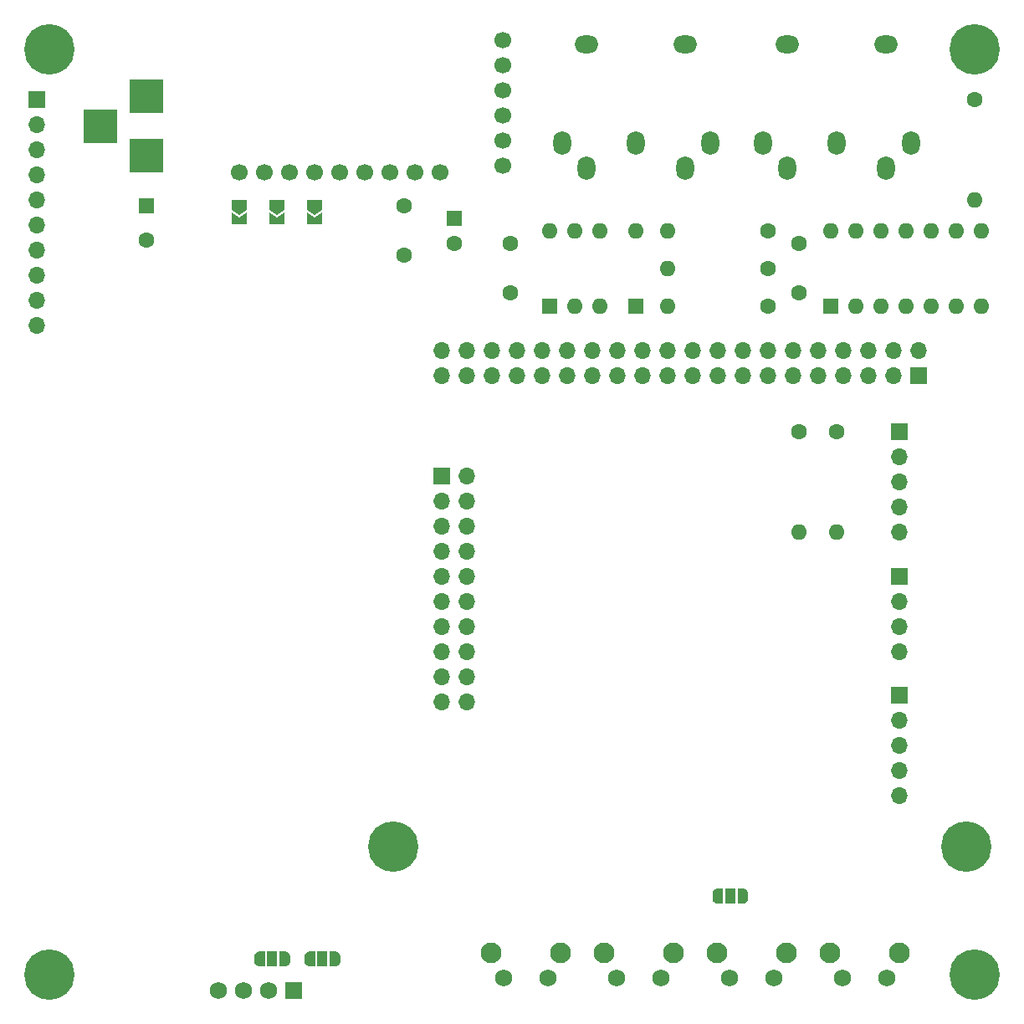
<source format=gbs>
G04 #@! TF.GenerationSoftware,KiCad,Pcbnew,(5.1.8)-1*
G04 #@! TF.CreationDate,2022-02-18T00:10:44+01:00*
G04 #@! TF.ProjectId,BulkyMIDI-32 Module,42756c6b-794d-4494-9449-2d3332204d6f,rev?*
G04 #@! TF.SameCoordinates,Original*
G04 #@! TF.FileFunction,Soldermask,Bot*
G04 #@! TF.FilePolarity,Negative*
%FSLAX46Y46*%
G04 Gerber Fmt 4.6, Leading zero omitted, Abs format (unit mm)*
G04 Created by KiCad (PCBNEW (5.1.8)-1) date 2022-02-18 00:10:44*
%MOMM*%
%LPD*%
G01*
G04 APERTURE LIST*
%ADD10O,1.700000X1.700000*%
%ADD11R,1.700000X1.700000*%
%ADD12C,5.100000*%
%ADD13O,1.800000X2.400000*%
%ADD14O,2.400000X1.800000*%
%ADD15C,1.727200*%
%ADD16R,1.727200X1.727200*%
%ADD17R,3.500000X3.500000*%
%ADD18C,1.700000*%
%ADD19C,1.600000*%
%ADD20R,1.600000X1.600000*%
%ADD21O,1.600000X1.600000*%
%ADD22C,2.100000*%
%ADD23C,1.750000*%
%ADD24C,0.100000*%
%ADD25R,1.000000X1.500000*%
G04 APERTURE END LIST*
D10*
X156210000Y-88265000D03*
X158750000Y-90805000D03*
X143510000Y-90805000D03*
X143510000Y-88265000D03*
X158750000Y-88265000D03*
X156210000Y-90805000D03*
X161290000Y-88265000D03*
D11*
X161290000Y-90805000D03*
D10*
X133350000Y-90805000D03*
X133350000Y-88265000D03*
X148590000Y-90805000D03*
X148590000Y-88265000D03*
X128270000Y-90805000D03*
X128270000Y-88265000D03*
X146050000Y-90805000D03*
X146050000Y-88265000D03*
X151130000Y-90805000D03*
X151130000Y-88265000D03*
X138430000Y-90805000D03*
X138430000Y-88265000D03*
X115570000Y-90805000D03*
X115570000Y-88265000D03*
X120650000Y-90805000D03*
X120650000Y-88265000D03*
X118110000Y-90805000D03*
X118110000Y-88265000D03*
X140970000Y-90805000D03*
X140970000Y-88265000D03*
X123190000Y-90805000D03*
X123190000Y-88265000D03*
X153670000Y-90805000D03*
X153670000Y-88265000D03*
X125730000Y-90805000D03*
X125730000Y-88265000D03*
X135890000Y-90805000D03*
X135890000Y-88265000D03*
X130810000Y-90805000D03*
X130810000Y-88265000D03*
X113030000Y-90805000D03*
X113030000Y-88265000D03*
D12*
X108160000Y-138535000D03*
X166160000Y-138535000D03*
D13*
X132715000Y-67310000D03*
D14*
X127715000Y-57310000D03*
X137715000Y-57310000D03*
D13*
X125215000Y-67310000D03*
X140215000Y-67310000D03*
X127715000Y-69810000D03*
X137715000Y-69810000D03*
X153035000Y-67310000D03*
D14*
X148035000Y-57310000D03*
X158035000Y-57310000D03*
D13*
X145535000Y-67310000D03*
X160535000Y-67310000D03*
X148035000Y-69810000D03*
X158035000Y-69810000D03*
D10*
X72085000Y-85725000D03*
X72085000Y-83185000D03*
X72085000Y-80645000D03*
X72085000Y-78105000D03*
X72085000Y-75565000D03*
X72085000Y-73025000D03*
X72085000Y-70485000D03*
X72085000Y-67945000D03*
X72085000Y-65405000D03*
D11*
X72085000Y-62865000D03*
D15*
X90424000Y-153035000D03*
X92964000Y-153035000D03*
X95504000Y-153035000D03*
D16*
X98044000Y-153035000D03*
D12*
X73355000Y-151435000D03*
X167005000Y-151435000D03*
X167005000Y-57785000D03*
X73355000Y-57785000D03*
D17*
X78485000Y-65580000D03*
X83185000Y-62580000D03*
X83185000Y-68580000D03*
D18*
X112857000Y-70231000D03*
X110317000Y-70231000D03*
X107777000Y-70231000D03*
X105237000Y-70231000D03*
X102697000Y-70231000D03*
X100157000Y-70231000D03*
X97617000Y-70231000D03*
X95077000Y-70231000D03*
X92537000Y-70231000D03*
X119207000Y-69596000D03*
X119207000Y-67056000D03*
X119207000Y-64516000D03*
X119207000Y-61976000D03*
X119207000Y-59436000D03*
X119207000Y-56896000D03*
D19*
X120015000Y-82470000D03*
X120015000Y-77470000D03*
X109220000Y-73660000D03*
X109220000Y-78660000D03*
D20*
X114300000Y-74930000D03*
D19*
X114300000Y-77430000D03*
D20*
X83185000Y-73660000D03*
D19*
X83185000Y-77160000D03*
D20*
X132715000Y-83820000D03*
D21*
X132715000Y-76200000D03*
D11*
X159385000Y-111125000D03*
D10*
X159385000Y-113665000D03*
X159385000Y-116205000D03*
X159385000Y-118745000D03*
D21*
X167005000Y-73025000D03*
D19*
X167005000Y-62865000D03*
X146050000Y-76200000D03*
D21*
X135890000Y-76200000D03*
X135890000Y-80010000D03*
D19*
X146050000Y-80010000D03*
X146050000Y-83820000D03*
D21*
X135890000Y-83820000D03*
X149225000Y-106680000D03*
D19*
X149225000Y-96520000D03*
X153035000Y-96520000D03*
D21*
X153035000Y-106680000D03*
D22*
X129495000Y-149280000D03*
D23*
X130755000Y-151770000D03*
X135255000Y-151770000D03*
D22*
X136505000Y-149280000D03*
X140925000Y-149280000D03*
D23*
X142185000Y-151770000D03*
X146685000Y-151770000D03*
D22*
X147935000Y-149280000D03*
D20*
X152400000Y-83820000D03*
D21*
X167640000Y-76200000D03*
X154940000Y-83820000D03*
X165100000Y-76200000D03*
X157480000Y-83820000D03*
X162560000Y-76200000D03*
X160020000Y-83820000D03*
X160020000Y-76200000D03*
X162560000Y-83820000D03*
X157480000Y-76200000D03*
X165100000Y-83820000D03*
X154940000Y-76200000D03*
X167640000Y-83820000D03*
X152400000Y-76200000D03*
D20*
X123952000Y-83820000D03*
D21*
X129032000Y-76200000D03*
X126492000Y-83820000D03*
X126492000Y-76200000D03*
X129032000Y-83820000D03*
X123952000Y-76200000D03*
D22*
X118065000Y-149280000D03*
D23*
X119325000Y-151770000D03*
X123825000Y-151770000D03*
D22*
X125075000Y-149280000D03*
X152355000Y-149280000D03*
D23*
X153615000Y-151770000D03*
X158115000Y-151770000D03*
D22*
X159365000Y-149280000D03*
D11*
X159385000Y-123190000D03*
D10*
X159385000Y-125730000D03*
X159385000Y-128270000D03*
X159385000Y-130810000D03*
X159385000Y-133350000D03*
D19*
X149225000Y-77470000D03*
X149225000Y-82470000D03*
D11*
X159385000Y-96520000D03*
D10*
X159385000Y-99060000D03*
X159385000Y-101600000D03*
X159385000Y-104140000D03*
X159385000Y-106680000D03*
D24*
G36*
X101715000Y-149110000D02*
G01*
X102265000Y-149110000D01*
X102265000Y-149110602D01*
X102289534Y-149110602D01*
X102338365Y-149115412D01*
X102386490Y-149124984D01*
X102433445Y-149139228D01*
X102478778Y-149158005D01*
X102522051Y-149181136D01*
X102562850Y-149208396D01*
X102600779Y-149239524D01*
X102635476Y-149274221D01*
X102666604Y-149312150D01*
X102693864Y-149352949D01*
X102716995Y-149396222D01*
X102735772Y-149441555D01*
X102750016Y-149488510D01*
X102759588Y-149536635D01*
X102764398Y-149585466D01*
X102764398Y-149610000D01*
X102765000Y-149610000D01*
X102765000Y-150110000D01*
X102764398Y-150110000D01*
X102764398Y-150134534D01*
X102759588Y-150183365D01*
X102750016Y-150231490D01*
X102735772Y-150278445D01*
X102716995Y-150323778D01*
X102693864Y-150367051D01*
X102666604Y-150407850D01*
X102635476Y-150445779D01*
X102600779Y-150480476D01*
X102562850Y-150511604D01*
X102522051Y-150538864D01*
X102478778Y-150561995D01*
X102433445Y-150580772D01*
X102386490Y-150595016D01*
X102338365Y-150604588D01*
X102289534Y-150609398D01*
X102265000Y-150609398D01*
X102265000Y-150610000D01*
X101715000Y-150610000D01*
X101715000Y-149110000D01*
G37*
G36*
X99665000Y-150609398D02*
G01*
X99640466Y-150609398D01*
X99591635Y-150604588D01*
X99543510Y-150595016D01*
X99496555Y-150580772D01*
X99451222Y-150561995D01*
X99407949Y-150538864D01*
X99367150Y-150511604D01*
X99329221Y-150480476D01*
X99294524Y-150445779D01*
X99263396Y-150407850D01*
X99236136Y-150367051D01*
X99213005Y-150323778D01*
X99194228Y-150278445D01*
X99179984Y-150231490D01*
X99170412Y-150183365D01*
X99165602Y-150134534D01*
X99165602Y-150110000D01*
X99165000Y-150110000D01*
X99165000Y-149610000D01*
X99165602Y-149610000D01*
X99165602Y-149585466D01*
X99170412Y-149536635D01*
X99179984Y-149488510D01*
X99194228Y-149441555D01*
X99213005Y-149396222D01*
X99236136Y-149352949D01*
X99263396Y-149312150D01*
X99294524Y-149274221D01*
X99329221Y-149239524D01*
X99367150Y-149208396D01*
X99407949Y-149181136D01*
X99451222Y-149158005D01*
X99496555Y-149139228D01*
X99543510Y-149124984D01*
X99591635Y-149115412D01*
X99640466Y-149110602D01*
X99665000Y-149110602D01*
X99665000Y-149110000D01*
X100215000Y-149110000D01*
X100215000Y-150610000D01*
X99665000Y-150610000D01*
X99665000Y-150609398D01*
G37*
D25*
X100965000Y-149860000D03*
X95885000Y-149860000D03*
D24*
G36*
X94585000Y-150609398D02*
G01*
X94560466Y-150609398D01*
X94511635Y-150604588D01*
X94463510Y-150595016D01*
X94416555Y-150580772D01*
X94371222Y-150561995D01*
X94327949Y-150538864D01*
X94287150Y-150511604D01*
X94249221Y-150480476D01*
X94214524Y-150445779D01*
X94183396Y-150407850D01*
X94156136Y-150367051D01*
X94133005Y-150323778D01*
X94114228Y-150278445D01*
X94099984Y-150231490D01*
X94090412Y-150183365D01*
X94085602Y-150134534D01*
X94085602Y-150110000D01*
X94085000Y-150110000D01*
X94085000Y-149610000D01*
X94085602Y-149610000D01*
X94085602Y-149585466D01*
X94090412Y-149536635D01*
X94099984Y-149488510D01*
X94114228Y-149441555D01*
X94133005Y-149396222D01*
X94156136Y-149352949D01*
X94183396Y-149312150D01*
X94214524Y-149274221D01*
X94249221Y-149239524D01*
X94287150Y-149208396D01*
X94327949Y-149181136D01*
X94371222Y-149158005D01*
X94416555Y-149139228D01*
X94463510Y-149124984D01*
X94511635Y-149115412D01*
X94560466Y-149110602D01*
X94585000Y-149110602D01*
X94585000Y-149110000D01*
X95135000Y-149110000D01*
X95135000Y-150610000D01*
X94585000Y-150610000D01*
X94585000Y-150609398D01*
G37*
G36*
X96635000Y-149110000D02*
G01*
X97185000Y-149110000D01*
X97185000Y-149110602D01*
X97209534Y-149110602D01*
X97258365Y-149115412D01*
X97306490Y-149124984D01*
X97353445Y-149139228D01*
X97398778Y-149158005D01*
X97442051Y-149181136D01*
X97482850Y-149208396D01*
X97520779Y-149239524D01*
X97555476Y-149274221D01*
X97586604Y-149312150D01*
X97613864Y-149352949D01*
X97636995Y-149396222D01*
X97655772Y-149441555D01*
X97670016Y-149488510D01*
X97679588Y-149536635D01*
X97684398Y-149585466D01*
X97684398Y-149610000D01*
X97685000Y-149610000D01*
X97685000Y-150110000D01*
X97684398Y-150110000D01*
X97684398Y-150134534D01*
X97679588Y-150183365D01*
X97670016Y-150231490D01*
X97655772Y-150278445D01*
X97636995Y-150323778D01*
X97613864Y-150367051D01*
X97586604Y-150407850D01*
X97555476Y-150445779D01*
X97520779Y-150480476D01*
X97482850Y-150511604D01*
X97442051Y-150538864D01*
X97398778Y-150561995D01*
X97353445Y-150580772D01*
X97306490Y-150595016D01*
X97258365Y-150604588D01*
X97209534Y-150609398D01*
X97185000Y-150609398D01*
X97185000Y-150610000D01*
X96635000Y-150610000D01*
X96635000Y-149110000D01*
G37*
G36*
X142990000Y-142760000D02*
G01*
X143540000Y-142760000D01*
X143540000Y-142760602D01*
X143564534Y-142760602D01*
X143613365Y-142765412D01*
X143661490Y-142774984D01*
X143708445Y-142789228D01*
X143753778Y-142808005D01*
X143797051Y-142831136D01*
X143837850Y-142858396D01*
X143875779Y-142889524D01*
X143910476Y-142924221D01*
X143941604Y-142962150D01*
X143968864Y-143002949D01*
X143991995Y-143046222D01*
X144010772Y-143091555D01*
X144025016Y-143138510D01*
X144034588Y-143186635D01*
X144039398Y-143235466D01*
X144039398Y-143260000D01*
X144040000Y-143260000D01*
X144040000Y-143760000D01*
X144039398Y-143760000D01*
X144039398Y-143784534D01*
X144034588Y-143833365D01*
X144025016Y-143881490D01*
X144010772Y-143928445D01*
X143991995Y-143973778D01*
X143968864Y-144017051D01*
X143941604Y-144057850D01*
X143910476Y-144095779D01*
X143875779Y-144130476D01*
X143837850Y-144161604D01*
X143797051Y-144188864D01*
X143753778Y-144211995D01*
X143708445Y-144230772D01*
X143661490Y-144245016D01*
X143613365Y-144254588D01*
X143564534Y-144259398D01*
X143540000Y-144259398D01*
X143540000Y-144260000D01*
X142990000Y-144260000D01*
X142990000Y-142760000D01*
G37*
G36*
X140940000Y-144259398D02*
G01*
X140915466Y-144259398D01*
X140866635Y-144254588D01*
X140818510Y-144245016D01*
X140771555Y-144230772D01*
X140726222Y-144211995D01*
X140682949Y-144188864D01*
X140642150Y-144161604D01*
X140604221Y-144130476D01*
X140569524Y-144095779D01*
X140538396Y-144057850D01*
X140511136Y-144017051D01*
X140488005Y-143973778D01*
X140469228Y-143928445D01*
X140454984Y-143881490D01*
X140445412Y-143833365D01*
X140440602Y-143784534D01*
X140440602Y-143760000D01*
X140440000Y-143760000D01*
X140440000Y-143260000D01*
X140440602Y-143260000D01*
X140440602Y-143235466D01*
X140445412Y-143186635D01*
X140454984Y-143138510D01*
X140469228Y-143091555D01*
X140488005Y-143046222D01*
X140511136Y-143002949D01*
X140538396Y-142962150D01*
X140569524Y-142924221D01*
X140604221Y-142889524D01*
X140642150Y-142858396D01*
X140682949Y-142831136D01*
X140726222Y-142808005D01*
X140771555Y-142789228D01*
X140818510Y-142774984D01*
X140866635Y-142765412D01*
X140915466Y-142760602D01*
X140940000Y-142760602D01*
X140940000Y-142760000D01*
X141490000Y-142760000D01*
X141490000Y-144260000D01*
X140940000Y-144260000D01*
X140940000Y-144259398D01*
G37*
D25*
X142240000Y-143510000D03*
D11*
X113030000Y-100965000D03*
D10*
X115570000Y-100965000D03*
X113030000Y-103505000D03*
X115570000Y-103505000D03*
X113030000Y-106045000D03*
X115570000Y-106045000D03*
X113030000Y-108585000D03*
X115570000Y-108585000D03*
X113030000Y-111125000D03*
X115570000Y-111125000D03*
X113030000Y-113665000D03*
X115570000Y-113665000D03*
X113030000Y-116205000D03*
X115570000Y-116205000D03*
X113030000Y-118745000D03*
X115570000Y-118745000D03*
X113030000Y-121285000D03*
X115570000Y-121285000D03*
X113030000Y-123825000D03*
X115570000Y-123825000D03*
D24*
G36*
X95597000Y-75520000D02*
G01*
X95597000Y-74370000D01*
X96347000Y-74870000D01*
X97097000Y-74370000D01*
X97097000Y-75520000D01*
X95597000Y-75520000D01*
G37*
G36*
X96347000Y-74570000D02*
G01*
X95597000Y-74070000D01*
X95597000Y-73070000D01*
X97097000Y-73070000D01*
X97097000Y-74070000D01*
X96347000Y-74570000D01*
G37*
G36*
X100157000Y-74570000D02*
G01*
X99407000Y-74070000D01*
X99407000Y-73070000D01*
X100907000Y-73070000D01*
X100907000Y-74070000D01*
X100157000Y-74570000D01*
G37*
G36*
X99407000Y-75520000D02*
G01*
X99407000Y-74370000D01*
X100157000Y-74870000D01*
X100907000Y-74370000D01*
X100907000Y-75520000D01*
X99407000Y-75520000D01*
G37*
G36*
X91787000Y-75520000D02*
G01*
X91787000Y-74370000D01*
X92537000Y-74870000D01*
X93287000Y-74370000D01*
X93287000Y-75520000D01*
X91787000Y-75520000D01*
G37*
G36*
X92537000Y-74570000D02*
G01*
X91787000Y-74070000D01*
X91787000Y-73070000D01*
X93287000Y-73070000D01*
X93287000Y-74070000D01*
X92537000Y-74570000D01*
G37*
M02*

</source>
